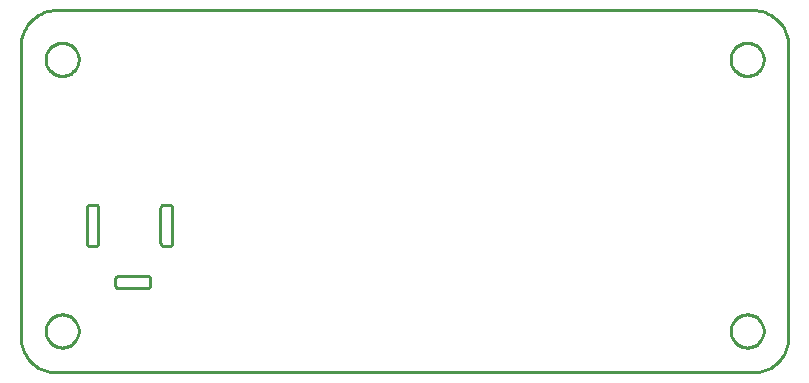
<source format=gbr>
G04 EAGLE Gerber RS-274X export*
G75*
%MOMM*%
%FSLAX34Y34*%
%LPD*%
%IN*%
%IPPOS*%
%AMOC8*
5,1,8,0,0,1.08239X$1,22.5*%
G01*
%ADD10C,0.254000*%


D10*
X0Y30000D02*
X114Y27385D01*
X456Y24791D01*
X1022Y22235D01*
X1809Y19739D01*
X2811Y17321D01*
X4019Y15000D01*
X5425Y12793D01*
X7019Y10716D01*
X8787Y8787D01*
X10716Y7019D01*
X12793Y5425D01*
X15000Y4019D01*
X17321Y2811D01*
X19739Y1809D01*
X22235Y1022D01*
X24791Y456D01*
X27385Y114D01*
X30000Y0D01*
X620000Y0D01*
X622615Y114D01*
X625209Y456D01*
X627765Y1022D01*
X630261Y1809D01*
X632679Y2811D01*
X635000Y4019D01*
X637207Y5425D01*
X639284Y7019D01*
X641213Y8787D01*
X642981Y10716D01*
X644575Y12793D01*
X645981Y15000D01*
X647189Y17321D01*
X648191Y19739D01*
X648978Y22235D01*
X649544Y24791D01*
X649886Y27385D01*
X650000Y30000D01*
X650000Y276604D01*
X649886Y279219D01*
X649544Y281813D01*
X648978Y284369D01*
X648191Y286865D01*
X647189Y289283D01*
X645981Y291604D01*
X644575Y293811D01*
X642981Y295888D01*
X641213Y297817D01*
X639284Y299585D01*
X637207Y301179D01*
X635000Y302585D01*
X632679Y303793D01*
X630261Y304795D01*
X627765Y305582D01*
X625209Y306148D01*
X622615Y306490D01*
X620000Y306604D01*
X30000Y306604D01*
X27385Y306490D01*
X24791Y306148D01*
X22235Y305582D01*
X19739Y304795D01*
X17321Y303793D01*
X15000Y302585D01*
X12793Y301179D01*
X10716Y299585D01*
X8787Y297817D01*
X7019Y295888D01*
X5425Y293811D01*
X4019Y291604D01*
X2811Y289283D01*
X1809Y286865D01*
X1022Y284369D01*
X456Y281813D01*
X114Y279219D01*
X0Y276604D01*
X0Y30000D01*
X79800Y73960D02*
X79810Y73742D01*
X79838Y73526D01*
X79885Y73313D01*
X79951Y73105D01*
X80034Y72903D01*
X80135Y72710D01*
X80252Y72526D01*
X80385Y72353D01*
X80532Y72192D01*
X80693Y72045D01*
X80866Y71912D01*
X81050Y71795D01*
X81243Y71694D01*
X81445Y71611D01*
X81653Y71545D01*
X81866Y71498D01*
X82082Y71470D01*
X82300Y71460D01*
X107300Y71460D01*
X107518Y71470D01*
X107734Y71498D01*
X107947Y71545D01*
X108155Y71611D01*
X108357Y71694D01*
X108550Y71795D01*
X108734Y71912D01*
X108907Y72045D01*
X109068Y72192D01*
X109215Y72353D01*
X109348Y72526D01*
X109465Y72710D01*
X109566Y72903D01*
X109649Y73105D01*
X109715Y73313D01*
X109762Y73526D01*
X109791Y73742D01*
X109800Y73960D01*
X109800Y78960D01*
X109791Y79178D01*
X109762Y79394D01*
X109715Y79607D01*
X109649Y79815D01*
X109566Y80017D01*
X109465Y80210D01*
X109348Y80394D01*
X109215Y80567D01*
X109068Y80728D01*
X108907Y80875D01*
X108734Y81008D01*
X108550Y81125D01*
X108357Y81226D01*
X108155Y81309D01*
X107947Y81375D01*
X107734Y81422D01*
X107518Y81451D01*
X107300Y81460D01*
X82300Y81460D01*
X82082Y81451D01*
X81866Y81422D01*
X81653Y81375D01*
X81445Y81309D01*
X81243Y81226D01*
X81050Y81125D01*
X80866Y81008D01*
X80693Y80875D01*
X80532Y80728D01*
X80385Y80567D01*
X80252Y80394D01*
X80135Y80210D01*
X80034Y80017D01*
X79951Y79815D01*
X79885Y79607D01*
X79838Y79394D01*
X79810Y79178D01*
X79800Y78960D01*
X79800Y73960D01*
X118300Y109460D02*
X118310Y109242D01*
X118338Y109026D01*
X118385Y108813D01*
X118451Y108605D01*
X118534Y108403D01*
X118635Y108210D01*
X118752Y108026D01*
X118885Y107853D01*
X119032Y107692D01*
X119193Y107545D01*
X119366Y107412D01*
X119550Y107295D01*
X119743Y107194D01*
X119945Y107111D01*
X120153Y107045D01*
X120366Y106998D01*
X120582Y106970D01*
X120800Y106960D01*
X125800Y106960D01*
X126018Y106970D01*
X126234Y106998D01*
X126447Y107045D01*
X126655Y107111D01*
X126857Y107194D01*
X127050Y107295D01*
X127234Y107412D01*
X127407Y107545D01*
X127568Y107692D01*
X127715Y107853D01*
X127848Y108026D01*
X127965Y108210D01*
X128066Y108403D01*
X128149Y108605D01*
X128215Y108813D01*
X128262Y109026D01*
X128291Y109242D01*
X128300Y109460D01*
X128300Y139460D01*
X128291Y139678D01*
X128262Y139894D01*
X128215Y140107D01*
X128149Y140315D01*
X128066Y140517D01*
X127965Y140710D01*
X127848Y140894D01*
X127715Y141067D01*
X127568Y141228D01*
X127407Y141375D01*
X127234Y141508D01*
X127050Y141625D01*
X126857Y141726D01*
X126655Y141809D01*
X126447Y141875D01*
X126234Y141922D01*
X126018Y141951D01*
X125800Y141960D01*
X120800Y141960D01*
X120582Y141951D01*
X120366Y141922D01*
X120153Y141875D01*
X119945Y141809D01*
X119743Y141726D01*
X119550Y141625D01*
X119366Y141508D01*
X119193Y141375D01*
X119032Y141228D01*
X118885Y141067D01*
X118752Y140894D01*
X118635Y140710D01*
X118534Y140517D01*
X118451Y140315D01*
X118385Y140107D01*
X118338Y139894D01*
X118310Y139678D01*
X118300Y139460D01*
X118300Y109460D01*
X55800Y109460D02*
X55810Y109242D01*
X55838Y109026D01*
X55885Y108813D01*
X55951Y108605D01*
X56034Y108403D01*
X56135Y108210D01*
X56252Y108026D01*
X56385Y107853D01*
X56532Y107692D01*
X56693Y107545D01*
X56866Y107412D01*
X57050Y107295D01*
X57243Y107194D01*
X57445Y107111D01*
X57653Y107045D01*
X57866Y106998D01*
X58082Y106970D01*
X58300Y106960D01*
X63300Y106960D01*
X63518Y106970D01*
X63734Y106998D01*
X63947Y107045D01*
X64155Y107111D01*
X64357Y107194D01*
X64550Y107295D01*
X64734Y107412D01*
X64907Y107545D01*
X65068Y107692D01*
X65215Y107853D01*
X65348Y108026D01*
X65465Y108210D01*
X65566Y108403D01*
X65649Y108605D01*
X65715Y108813D01*
X65762Y109026D01*
X65791Y109242D01*
X65800Y109460D01*
X65800Y139460D01*
X65791Y139678D01*
X65762Y139894D01*
X65715Y140107D01*
X65649Y140315D01*
X65566Y140517D01*
X65465Y140710D01*
X65348Y140894D01*
X65215Y141067D01*
X65068Y141228D01*
X64907Y141375D01*
X64734Y141508D01*
X64550Y141625D01*
X64357Y141726D01*
X64155Y141809D01*
X63947Y141875D01*
X63734Y141922D01*
X63518Y141951D01*
X63300Y141960D01*
X58300Y141960D01*
X58082Y141951D01*
X57866Y141922D01*
X57653Y141875D01*
X57445Y141809D01*
X57243Y141726D01*
X57050Y141625D01*
X56866Y141508D01*
X56693Y141375D01*
X56532Y141228D01*
X56385Y141067D01*
X56252Y140894D01*
X56135Y140710D01*
X56034Y140517D01*
X55951Y140315D01*
X55885Y140107D01*
X55838Y139894D01*
X55810Y139678D01*
X55800Y139460D01*
X55800Y109460D01*
X49000Y264500D02*
X48929Y263503D01*
X48786Y262513D01*
X48574Y261536D01*
X48292Y260576D01*
X47943Y259639D01*
X47527Y258729D01*
X47048Y257852D01*
X46507Y257010D01*
X45908Y256210D01*
X45253Y255454D01*
X44546Y254747D01*
X43790Y254092D01*
X42990Y253493D01*
X42148Y252952D01*
X41271Y252473D01*
X40361Y252057D01*
X39424Y251708D01*
X38465Y251426D01*
X37487Y251214D01*
X36498Y251071D01*
X35500Y251000D01*
X34500Y251000D01*
X33503Y251071D01*
X32513Y251214D01*
X31536Y251426D01*
X30576Y251708D01*
X29639Y252057D01*
X28729Y252473D01*
X27852Y252952D01*
X27010Y253493D01*
X26210Y254092D01*
X25454Y254747D01*
X24747Y255454D01*
X24092Y256210D01*
X23493Y257010D01*
X22952Y257852D01*
X22473Y258729D01*
X22057Y259639D01*
X21708Y260576D01*
X21426Y261536D01*
X21214Y262513D01*
X21071Y263503D01*
X21000Y264500D01*
X21000Y265500D01*
X21071Y266498D01*
X21214Y267487D01*
X21426Y268465D01*
X21708Y269424D01*
X22057Y270361D01*
X22473Y271271D01*
X22952Y272148D01*
X23493Y272990D01*
X24092Y273790D01*
X24747Y274546D01*
X25454Y275253D01*
X26210Y275908D01*
X27010Y276507D01*
X27852Y277048D01*
X28729Y277527D01*
X29639Y277943D01*
X30576Y278292D01*
X31536Y278574D01*
X32513Y278786D01*
X33503Y278929D01*
X34500Y279000D01*
X35500Y279000D01*
X36498Y278929D01*
X37487Y278786D01*
X38465Y278574D01*
X39424Y278292D01*
X40361Y277943D01*
X41271Y277527D01*
X42148Y277048D01*
X42990Y276507D01*
X43790Y275908D01*
X44546Y275253D01*
X45253Y274546D01*
X45908Y273790D01*
X46507Y272990D01*
X47048Y272148D01*
X47527Y271271D01*
X47943Y270361D01*
X48292Y269424D01*
X48574Y268465D01*
X48786Y267487D01*
X48929Y266498D01*
X49000Y265500D01*
X49000Y264500D01*
X629000Y264500D02*
X628929Y263503D01*
X628786Y262513D01*
X628574Y261536D01*
X628292Y260576D01*
X627943Y259639D01*
X627527Y258729D01*
X627048Y257852D01*
X626507Y257010D01*
X625908Y256210D01*
X625253Y255454D01*
X624546Y254747D01*
X623790Y254092D01*
X622990Y253493D01*
X622148Y252952D01*
X621271Y252473D01*
X620361Y252057D01*
X619424Y251708D01*
X618465Y251426D01*
X617487Y251214D01*
X616498Y251071D01*
X615500Y251000D01*
X614500Y251000D01*
X613503Y251071D01*
X612513Y251214D01*
X611536Y251426D01*
X610576Y251708D01*
X609639Y252057D01*
X608729Y252473D01*
X607852Y252952D01*
X607010Y253493D01*
X606210Y254092D01*
X605454Y254747D01*
X604747Y255454D01*
X604092Y256210D01*
X603493Y257010D01*
X602952Y257852D01*
X602473Y258729D01*
X602057Y259639D01*
X601708Y260576D01*
X601426Y261536D01*
X601214Y262513D01*
X601071Y263503D01*
X601000Y264500D01*
X601000Y265500D01*
X601071Y266498D01*
X601214Y267487D01*
X601426Y268465D01*
X601708Y269424D01*
X602057Y270361D01*
X602473Y271271D01*
X602952Y272148D01*
X603493Y272990D01*
X604092Y273790D01*
X604747Y274546D01*
X605454Y275253D01*
X606210Y275908D01*
X607010Y276507D01*
X607852Y277048D01*
X608729Y277527D01*
X609639Y277943D01*
X610576Y278292D01*
X611536Y278574D01*
X612513Y278786D01*
X613503Y278929D01*
X614500Y279000D01*
X615500Y279000D01*
X616498Y278929D01*
X617487Y278786D01*
X618465Y278574D01*
X619424Y278292D01*
X620361Y277943D01*
X621271Y277527D01*
X622148Y277048D01*
X622990Y276507D01*
X623790Y275908D01*
X624546Y275253D01*
X625253Y274546D01*
X625908Y273790D01*
X626507Y272990D01*
X627048Y272148D01*
X627527Y271271D01*
X627943Y270361D01*
X628292Y269424D01*
X628574Y268465D01*
X628786Y267487D01*
X628929Y266498D01*
X629000Y265500D01*
X629000Y264500D01*
X629000Y34500D02*
X628929Y33503D01*
X628786Y32513D01*
X628574Y31536D01*
X628292Y30576D01*
X627943Y29639D01*
X627527Y28729D01*
X627048Y27852D01*
X626507Y27010D01*
X625908Y26210D01*
X625253Y25454D01*
X624546Y24747D01*
X623790Y24092D01*
X622990Y23493D01*
X622148Y22952D01*
X621271Y22473D01*
X620361Y22057D01*
X619424Y21708D01*
X618465Y21426D01*
X617487Y21214D01*
X616498Y21071D01*
X615500Y21000D01*
X614500Y21000D01*
X613503Y21071D01*
X612513Y21214D01*
X611536Y21426D01*
X610576Y21708D01*
X609639Y22057D01*
X608729Y22473D01*
X607852Y22952D01*
X607010Y23493D01*
X606210Y24092D01*
X605454Y24747D01*
X604747Y25454D01*
X604092Y26210D01*
X603493Y27010D01*
X602952Y27852D01*
X602473Y28729D01*
X602057Y29639D01*
X601708Y30576D01*
X601426Y31536D01*
X601214Y32513D01*
X601071Y33503D01*
X601000Y34500D01*
X601000Y35500D01*
X601071Y36498D01*
X601214Y37487D01*
X601426Y38465D01*
X601708Y39424D01*
X602057Y40361D01*
X602473Y41271D01*
X602952Y42148D01*
X603493Y42990D01*
X604092Y43790D01*
X604747Y44546D01*
X605454Y45253D01*
X606210Y45908D01*
X607010Y46507D01*
X607852Y47048D01*
X608729Y47527D01*
X609639Y47943D01*
X610576Y48292D01*
X611536Y48574D01*
X612513Y48786D01*
X613503Y48929D01*
X614500Y49000D01*
X615500Y49000D01*
X616498Y48929D01*
X617487Y48786D01*
X618465Y48574D01*
X619424Y48292D01*
X620361Y47943D01*
X621271Y47527D01*
X622148Y47048D01*
X622990Y46507D01*
X623790Y45908D01*
X624546Y45253D01*
X625253Y44546D01*
X625908Y43790D01*
X626507Y42990D01*
X627048Y42148D01*
X627527Y41271D01*
X627943Y40361D01*
X628292Y39424D01*
X628574Y38465D01*
X628786Y37487D01*
X628929Y36498D01*
X629000Y35500D01*
X629000Y34500D01*
X49000Y34500D02*
X48929Y33503D01*
X48786Y32513D01*
X48574Y31536D01*
X48292Y30576D01*
X47943Y29639D01*
X47527Y28729D01*
X47048Y27852D01*
X46507Y27010D01*
X45908Y26210D01*
X45253Y25454D01*
X44546Y24747D01*
X43790Y24092D01*
X42990Y23493D01*
X42148Y22952D01*
X41271Y22473D01*
X40361Y22057D01*
X39424Y21708D01*
X38465Y21426D01*
X37487Y21214D01*
X36498Y21071D01*
X35500Y21000D01*
X34500Y21000D01*
X33503Y21071D01*
X32513Y21214D01*
X31536Y21426D01*
X30576Y21708D01*
X29639Y22057D01*
X28729Y22473D01*
X27852Y22952D01*
X27010Y23493D01*
X26210Y24092D01*
X25454Y24747D01*
X24747Y25454D01*
X24092Y26210D01*
X23493Y27010D01*
X22952Y27852D01*
X22473Y28729D01*
X22057Y29639D01*
X21708Y30576D01*
X21426Y31536D01*
X21214Y32513D01*
X21071Y33503D01*
X21000Y34500D01*
X21000Y35500D01*
X21071Y36498D01*
X21214Y37487D01*
X21426Y38465D01*
X21708Y39424D01*
X22057Y40361D01*
X22473Y41271D01*
X22952Y42148D01*
X23493Y42990D01*
X24092Y43790D01*
X24747Y44546D01*
X25454Y45253D01*
X26210Y45908D01*
X27010Y46507D01*
X27852Y47048D01*
X28729Y47527D01*
X29639Y47943D01*
X30576Y48292D01*
X31536Y48574D01*
X32513Y48786D01*
X33503Y48929D01*
X34500Y49000D01*
X35500Y49000D01*
X36498Y48929D01*
X37487Y48786D01*
X38465Y48574D01*
X39424Y48292D01*
X40361Y47943D01*
X41271Y47527D01*
X42148Y47048D01*
X42990Y46507D01*
X43790Y45908D01*
X44546Y45253D01*
X45253Y44546D01*
X45908Y43790D01*
X46507Y42990D01*
X47048Y42148D01*
X47527Y41271D01*
X47943Y40361D01*
X48292Y39424D01*
X48574Y38465D01*
X48786Y37487D01*
X48929Y36498D01*
X49000Y35500D01*
X49000Y34500D01*
M02*

</source>
